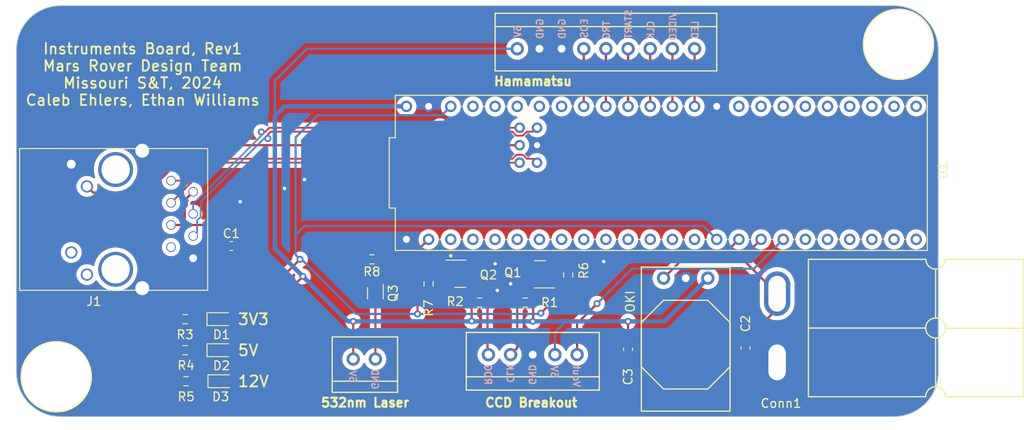
<source format=kicad_pcb>
(kicad_pcb (version 20221018) (generator pcbnew)
  (layers (0 "F.Cu" signal) (31 "B.Cu" signal) (34 "B.Paste" user) (35 "F.Paste" user) (36 "B.SilkS" user "B.Silkscreen") (37 "F.SilkS" user "F.Silkscreen") (38 "B.Mask" user) (39 "F.Mask" user) (44 "Edge.Cuts" user))
  (net 0 "")
  (net 1 "Net-(C1-Pad1)")
  (net 2 "GND")
  (net 3 "+12V")
  (net 4 "+5V")
  (net 5 "CCD_CLK_5V")
  (net 6 "CCD_ROG_5V")
  (net 7 "CCD_Vout")
  (net 9 "Green_Laser_3V3")
  (net 11 "LED")
  (net 13 "T+")
  (net 14 "T-")
  (net 16 "R+")
  (net 17 "R-")
  (net 18 "Net-(D1-K)")
  (net 19 "CCD_CLK_3V3")
  (net 20 "CCD_ROG_3V3")
  (net 32 "EOS")
  (net 33 "TRG")
  (net 34 "START")
  (net 35 "CLK")
  (net 36 "VIDEO")
  (net 37 "WHITE_LED")
  (net 53 "+3V3")
  (net 54 "Net-(D2-K)")
  (net 55 "Net-(D3-K)")
  (net 61 "Net-(Q3-D)")
  (footprint "Resistor_SMD:R_0603_1608Metric_Pad0.98x0.95mm_HandSolder" (layer "F.Cu") (at 87.122 57.667 90)
    (fp_text reference "R6" (at 0.508 1.778 90) (layer "F.SilkS"))
    (fp_text value "4.7k")
    (pad "1" smd roundrect (at -0.9125 0 90) (size 0.975 0.95) (layers "F.Cu" "F.Paste" "F.Mask") (net 53 "+3V3"))
    (pad "2" smd roundrect (at 0.9125 0 90) (size 0.975 0.95) (layers "F.Cu" "F.Paste" "F.Mask") (net 19 "CCD_CLK_3V3"))
  )
  (footprint "MRDT_Connectors:Square_Anderson_2_H_Side_By_Side" (layer "F.Cu") (at 110.6882 68.241 180)
    (fp_text reference "Conn1" (at -0.8178 -4.149 180) (layer "F.SilkS"))
    (fp_text value "AndersonPP")
    (pad "1" thru_hole oval (at -0.3746 0.55 180) (size 3 5.1) (drill oval 2 4.1) (layers "*.Cu" "*.Mask" "F.Paste") (net 2 "GND"))
    (pad "2" thru_hole oval (at -0.3746 8.424 180) (size 3 5.1) (drill oval 2 4.1) (layers "*.Cu" "*.Mask" "F.Paste") (net 3 "+12V"))
  )
  (footprint "MRDT_Connectors:RJ45_Teensy" (layer "F.Cu") (at 22.2545 51.433 -90)
    (fp_text reference "J1" (at 9.273 -10.5115 -180) (layer "F.SilkS"))
    (fp_text value "RJ45_LED_Shielded")
    (pad "1" thru_hole circle (at -4.57 -19.35 270) (size 1.1 1.1) (drill 0.9) (layers "*.Cu" "*.Mask") (net 13 "T+"))
    (pad "2" thru_hole circle (at -3.3 -21.89 270) (size 1.1 1.1) (drill 0.9) (layers "*.Cu" "*.Mask") (net 1 "Net-(C1-Pad1)"))
    (pad "3" thru_hole circle (at -2.03 -19.35 270) (size 1.1 1.1) (drill 0.9) (layers "*.Cu" "*.Mask") (net 14 "T-"))
    (pad "4" thru_hole circle (at -0.76 -21.89 270) (size 1.1 1.1) (drill 0.9) (layers "*.Cu" "*.Mask") (net 16 "R+"))
    (pad "5" thru_hole circle (at 0.51 -19.35 270) (size 1.1 1.1) (drill 0.9) (layers "*.Cu" "*.Mask") (net 1 "Net-(C1-Pad1)"))
    (pad "6" thru_hole circle (at 1.78 -21.89 270) (size 1.1 1.1) (drill 0.9) (layers "*.Cu" "*.Mask") (net 17 "R-"))
    (pad "7" thru_hole circle (at 3.05 -19.35 270) (size 1.1 1.1) (drill 0.9) (layers "*.Cu" "*.Mask"))
    (pad "8" thru_hole circle (at 4.32 -21.89 270) (size 1.1 1.1) (drill 0.9) (layers "*.Cu" "*.Mask") (net 2 "GND"))
    (pad "9" thru_hole circle (at -6.45 -7.92 270) (size 1.4 1.4) (drill 1.02) (layers "*.Cu" "*.Mask") (net 2 "GND"))
    (pad "10" thru_hole circle (at -3.91 -9.71 270) (size 1.4 1.4) (drill 1.02) (layers "*.Cu" "*.Mask") (net 11 "LED"))
    (pad "11" thru_hole circle (at 3.66 -7.92 270) (size 1.4 1.4) (drill 1.02) (layers "*.Cu" "*.Mask"))
    (pad "12" thru_hole circle (at 6.2 -9.71 270) (size 1.4 1.4) (drill 1.02) (layers "*.Cu" "*.Mask"))
    (pad "13" thru_hole circle (at -5.84 -13 270) (size 4 4) (drill 3.25) (layers "*.Cu" "*.Mask"))
    (pad "14" thru_hole circle (at 5.59 -13 270) (size 4 4) (drill 3.25) (layers "*.Cu" "*.Mask"))
    (pad "SH" thru_hole circle (at -8 -16.05 270) (size 2 2) (drill 1.6) (layers "*.Cu" "*.Mask") (net 2 "GND"))
    (pad "SH" thru_hole circle (at 7.75 -16.05 270) (size 2 2) (drill 1.6) (layers "*.Cu" "*.Mask") (net 2 "GND"))
  )
  (footprint "LED_SMD:LED_0603_1608Metric_Pad1.05x0.95mm_HandSolder" (layer "F.Cu") (at 47.385 66.294)
    (fp_text reference "D2" (at 0 1.778) (layer "F.SilkS"))
    (fp_text value "Green" hide)
    (pad "1" smd roundrect (at -0.875 0) (size 1.05 0.95) (layers "F.Cu" "F.Paste" "F.Mask") (net 54 "Net-(D2-K)"))
    (pad "2" smd roundrect (at 0.875 0) (size 1.05 0.95) (layers "F.Cu" "F.Paste" "F.Mask") (net 4 "+5V"))
  )
  (footprint "MRDT_Devices:OKI_Horizontal" (layer "F.Cu") (at 98.044 58.039)
    (fp_text reference "U2" hide)
    (fp_text value "OKI" (at -3.81 2.667 90) (layer "F.SilkS"))
    (pad "1" thru_hole circle (at 0 0) (size 1.524 1.524) (drill 0.889) (layers "*.Cu" "*.Mask") (net 3 "+12V"))
    (pad "2" thru_hole circle (at 2.54 0) (size 1.524 1.524) (drill 0.889) (layers "*.Cu" "*.Mask") (net 2 "GND"))
    (pad "3" thru_hole circle (at 5.08 0) (size 1.524 1.524) (drill 0.889) (layers "*.Cu" "*.Mask") (net 4 "+5V"))
  )
  (footprint "Capacitor_SMD:C_0603_1608Metric_Pad1.08x0.95mm_HandSolder" (layer "F.Cu") (at 107.442 66.04 -90)
    (fp_text reference "C2" (at -2.794 0 90) (layer "F.SilkS"))
    (fp_text value "10µF")
    (pad "1" smd roundrect (at -0.8625 0 270) (size 1.075 0.95) (layers "F.Cu" "F.Paste" "F.Mask") (net 3 "+12V"))
    (pad "2" smd roundrect (at 0.8625 0 270) (size 1.075 0.95) (layers "F.Cu" "F.Paste" "F.Mask") (net 2 "GND"))
  )
  (footprint "MRDT_Connectors:MOLEX_SL_09_Vertical" (layer "F.Cu") (at 81.28 31.75)
    (fp_text reference "Conn4" hide)
    (fp_text value "Molex_SL_09")
    (pad "1" thru_hole circle (at 0 0) (size 1.524 1.524) (drill 0.9) (layers "*.Cu" "*.Mask") (net 4 "+5V"))
    (pad "2" thru_hole circle (at 2.54 0) (size 1.524 1.524) (drill 0.9) (layers "*.Cu" "*.Mask") (net 2 "GND"))
    (pad "3" thru_hole circle (at 5.08 0) (size 1.524 1.524) (drill 0.9) (layers "*.Cu" "*.Mask") (net 2 "GND"))
    (pad "4" thru_hole circle (at 7.62 0) (size 1.524 1.524) (drill 0.9) (layers "*.Cu" "*.Mask") (net 32 "EOS"))
    (pad "5" thru_hole circle (at 10.16 0) (size 1.524 1.524) (drill 0.9) (layers "*.Cu" "*.Mask") (net 33 "TRG"))
    (pad "6" thru_hole circle (at 12.7 0) (size 1.524 1.524) (drill 0.9) (layers "*.Cu" "*.Mask") (net 34 "START"))
    (pad "7" thru_hole circle (at 15.24 0) (size 1.524 1.524) (drill 0.9) (layers "*.Cu" "*.Mask") (net 35 "CLK"))
    (pad "8" thru_hole circle (at 17.78 0) (size 1.524 1.524) (drill 0.9) (layers "*.Cu" "*.Mask") (net 36 "VIDEO"))
    (pad "9" thru_hole circle (at 20.32 0) (size 1.524 1.524) (drill 0.9) (layers "*.Cu" "*.Mask") (net 37 "WHITE_LED"))
  )
  (footprint "MRDT_Connectors:MOLEX_SL_02_Vertical" (layer "F.Cu") (at 65.024 67.31 180)
    (fp_text reference "Conn5" hide)
    (fp_text value "Molex_SL_02")
    (pad "1" thru_hole circle (at 0 0 180) (size 1.524 1.524) (drill 0.9) (layers "*.Cu" "*.Mask") (net 61 "Net-(Q3-D)"))
    (pad "2" thru_hole circle (at 2.54 0 180) (size 1.524 1.524) (drill 0.9) (layers "*.Cu" "*.Mask") (net 4 "+5V"))
  )
  (footprint "Capacitor_SMD:C_0603_1608Metric_Pad1.08x0.95mm_HandSolder" (layer "F.Cu") (at 93.98 66.1935 -90)
    (fp_text reference "C3" (at 3.1485 0 90) (layer "F.SilkS"))
    (fp_text value "10µF")
    (pad "1" smd roundrect (at -0.8625 0 270) (size 1.075 0.95) (layers "F.Cu" "F.Paste" "F.Mask") (net 4 "+5V"))
    (pad "2" smd roundrect (at 0.8625 0 270) (size 1.075 0.95) (layers "F.Cu" "F.Paste" "F.Mask") (net 2 "GND"))
  )
  (footprint "MRDT_Connectors:MOLEX_SL_05_Vertical" (layer "F.Cu") (at 88.138 66.802 180)
    (fp_text reference "Conn2" hide)
    (fp_text value "Molex_SL_05")
    (pad "1" thru_hole circle (at 0 0 180) (size 1.524 1.524) (drill 0.9) (layers "*.Cu" "*.Mask") (net 7 "CCD_Vout"))
    (pad "2" thru_hole circle (at 2.54 0 180) (size 1.524 1.524) (drill 0.9) (layers "*.Cu" "*.Mask") (net 4 "+5V"))
    (pad "3" thru_hole circle (at 5.08 0 180) (size 1.524 1.524) (drill 0.9) (layers "*.Cu" "*.Mask") (net 2 "GND"))
    (pad "4" thru_hole circle (at 7.62 0 180) (size 1.524 1.524) (drill 0.9) (layers "*.Cu" "*.Mask") (net 5 "CCD_CLK_5V"))
    (pad "5" thru_hole circle (at 10.16 0 180) (size 1.524 1.524) (drill 0.9) (layers "*.Cu" "*.Mask") (net 6 "CCD_ROG_5V"))
  )
  (footprint "LED_SMD:LED_0603_1608Metric_Pad1.05x0.95mm_HandSolder" (layer "F.Cu") (at 47.385 62.738)
    (fp_text reference "D1" (at 0 1.778) (layer "F.SilkS"))
    (fp_text value "Green" hide)
    (pad "1" smd roundrect (at -0.875 0) (size 1.05 0.95) (layers "F.Cu" "F.Paste" "F.Mask") (net 18 "Net-(D1-K)"))
    (pad "2" smd roundrect (at 0.875 0) (size 1.05 0.95) (layers "F.Cu" "F.Paste" "F.Mask") (net 53 "+3V3"))
  )
  (footprint "Resistor_SMD:R_0603_1608Metric_Pad0.98x0.95mm_HandSolder" (layer "F.Cu") (at 43.3305 69.85 180)
    (fp_text reference "R5" (at 0 -1.778) (layer "F.SilkS"))
    (fp_text value "1k")
    (pad "1" smd roundrect (at -0.9125 0 180) (size 0.975 0.95) (layers "F.Cu" "F.Paste" "F.Mask") (net 55 "Net-(D3-K)"))
    (pad "2" smd roundrect (at 0.9125 0 180) (size 0.975 0.95) (layers "F.Cu" "F.Paste" "F.Mask") (net 2 "GND"))
  )
  (footprint "MRDT_Drill_Holes:4_40_Hole" (layer "F.Cu") (at 124.968 31.242)
    (fp_text reference "V2" hide)
    (fp_text value "Via" hide)
    (pad "" np_thru_hole circle (at 0 0) (size 2.9464 2.9464) (drill 2.9464) (layers "*.Cu" "*.Mask") (clearance 2.5))
  )
  (footprint "Resistor_SMD:R_0603_1608Metric_Pad0.98x0.95mm_HandSolder" (layer "F.Cu") (at 64.6195 55.88 180)
    (fp_text reference "R8" (at 0 -1.43) (layer "F.SilkS"))
    (fp_text value "4.7k")
    (pad "1" smd roundrect (at -0.9125 0 180) (size 0.975 0.95) (layers "F.Cu" "F.Paste" "F.Mask") (net 9 "Green_Laser_3V3"))
    (pad "2" smd roundrect (at 0.9125 0 180) (size 0.975 0.95) (layers "F.Cu" "F.Paste" "F.Mask") (net 2 "GND"))
  )
  (footprint "Resistor_SMD:R_0603_1608Metric_Pad0.98x0.95mm_HandSolder" (layer "F.Cu") (at 71.12 58.683 -90)
    (fp_text reference "R7" (at 2.794 0 90) (layer "F.SilkS"))
    (fp_text value "4.7k")
    (pad "1" smd roundrect (at -0.9125 0 270) (size 0.975 0.95) (layers "F.Cu" "F.Paste" "F.Mask") (net 53 "+3V3"))
    (pad "2" smd roundrect (at 0.9125 0 270) (size 0.975 0.95) (layers "F.Cu" "F.Paste" "F.Mask") (net 20 "CCD_ROG_3V3"))
  )
  (footprint "Package_TO_SOT_SMD:SOT-23" (layer "F.Cu") (at 83.8985 57.601 180)
    (fp_text reference "Q1" (at 3.1265 0.188 180) (layer "F.SilkS"))
    (fp_text value "BSS138")
    (pad "1" smd roundrect (at -0.9375 -0.95 180) (size 1.475 0.6) (layers "F.Cu" "F.Paste" "F.Mask") (net 53 "+3V3"))
    (pad "2" smd roundrect (at -0.9375 0.95 180) (size 1.475 0.6) (layers "F.Cu" "F.Paste" "F.Mask") (net 19 "CCD_CLK_3V3"))
    (pad "3" smd roundrect (at 0.9375 0 180) (size 1.475 0.6) (layers "F.Cu" "F.Paste" "F.Mask") (net 5 "CCD_CLK_5V"))
  )
  (footprint "Capacitor_SMD:C_0603_1608Metric_Pad1.08x0.95mm_HandSolder" (layer "F.Cu") (at 48.514 54.356)
    (fp_text reference "C1" (at 0 -1.43) (layer "F.SilkS"))
    (fp_text value "0.1µF")
    (pad "1" smd roundrect (at -0.8625 0) (size 1.075 0.95) (layers "F.Cu" "F.Paste" "F.Mask") (net 1 "Net-(C1-Pad1)"))
    (pad "2" smd roundrect (at 0.8625 0) (size 1.075 0.95) (layers "F.Cu" "F.Paste" "F.Mask") (net 2 "GND"))
  )
  (footprint "MRDT_Shields:Teensy_4_1_Ethernet" (layer "F.Cu") (at 97.79 45.974)
    (fp_text reference "U1" (at 32.258 -0.254 90) (layer "F.SilkS"))
    (fp_text value "Teensy4.1_DEV-16771")
    (pad "0" thru_hole circle (at -26.67 7.62) (size 1.308 1.308) (drill 0.8) (layers "*.Cu" "*.Mask") (net 9 "Green_Laser_3V3"))
    (pad "1" thru_hole circle (at -24.13 7.62) (size 1.308 1.308) (drill 0.8) (layers "*.Cu" "*.Mask"))
    (pad "2" thru_hole circle (at -21.59 7.62) (size 1.308 1.308) (drill 0.8) (layers "*.Cu" "*.Mask"))
    (pad "3" thru_hole circle (at -19.05 7.62) (size 1.308 1.308) (drill 0.8) (layers "*.Cu" "*.Mask"))
    (pad "3.3V_1" thru_hole circle (at 6.35 7.62) (size 1.308 1.308) (drill 0.8) (layers "*.Cu" "*.Mask") (net 53 "+3V3"))
    (pad "3.3V_2" thru_hole circle (at -24.13 -7.62) (size 1.308 1.308) (drill 0.8) (layers "*.Cu" "*.Mask") (net 53 "+3V3"))
    (pad "4" thru_hole circle (at -16.51 7.62) (size 1.308 1.308) (drill 0.8) (layers "*.Cu" "*.Mask"))
    (pad "5" thru_hole circle (at -13.97 7.62) (size 1.308 1.308) (drill 0.8) (layers "*.Cu" "*.Mask"))
    (pad "6" thru_hole circle (at -11.43 7.62) (size 1.308 1.308) (drill 0.8) (layers "*.Cu" "*.Mask"))
    (pad "7" thru_hole circle (at -8.89 7.62) (size 1.308 1.308) (drill 0.8) (layers "*.Cu" "*.Mask"))
    (pad "8" thru_hole circle (at -6.35 7.62) (size 1.308 1.308) (drill 0.8) (layers "*.Cu" "*.Mask"))
    (pad "9" thru_hole circle (at -3.81 7.62) (size 1.308 1.308) (drill 0.8) (layers "*.Cu" "*.Mask"))
    (pad "10" thru_hole circle (at -1.27 7.62) (size 1.308 1.308) (drill 0.8) (layers "*.Cu" "*.Mask"))
    (pad "11" thru_hole circle (at 1.27 7.62) (size 1.308 1.308) (drill 0.8) (layers "*.Cu" "*.Mask"))
    (pad "12" thru_hole circle (at 3.81 7.62) (size 1.308 1.308) (drill 0.8) (layers "*.Cu" "*.Mask"))
    (pad "13" thru_hole circle (at 3.81 -7.62) (size 1.308 1.308) (drill 0.8) (layers "*.Cu" "*.Mask") (net 37 "WHITE_LED"))
    (pad "14" thru_hole circle (at 1.27 -7.62) (size 1.308 1.308) (drill 0.8) (layers "*.Cu" "*.Mask") (net 36 "VIDEO"))
    (pad "15" thru_hole circle (at -1.27 -7.62) (size 1.308 1.308) (drill 0.8) (layers "*.Cu" "*.Mask") (net 35 "CLK"))
    (pad "16" thru_hole circle (at -3.81 -7.62) (size 1.308 1.308) (drill 0.8) (layers "*.Cu" "*.Mask") (net 34 "START"))
    (pad "17" thru_hole circle (at -6.35 -7.62) (size 1.308 1.308) (drill 0.8) (layers "*.Cu" "*.Mask") (net 33 "TRG"))
    (pad "18" thru_hole circle (at -8.89 -7.62) (size 1.308 1.308) (drill 0.8) (layers "*.Cu" "*.Mask") (net 32 "EOS"))
    (pad "19" thru_hole circle (at -11.43 -7.62) (size 1.308 1.308) (drill 0.8) (layers "*.Cu" "*.Mask"))
    (pad "20" thru_hole circle (at -13.97 -7.62) (size 1.308 1.308) (drill 0.8) (layers "*.Cu" "*.Mask"))
    (pad "21" thru_hole circle (at -16.51 -7.62) (size 1.308 1.308) (drill 0.8) (layers "*.Cu" "*.Mask"))
    (pad "22" thru_hole circle (at -19.05 -7.62) (size 1.308 1.308) (drill 0.8) (layers "*.Cu" "*.Mask"))
    (pad "23" thru_hole circle (at -21.59 -7.62) (size 1.308 1.308) (drill 0.8) (layers "*.Cu" "*.Mask"))
    (pad "24" thru_hole circle (at 8.89 7.62) (size 1.308 1.308) (drill 0.8) (layers "*.Cu" "*.Mask") (net 20 "CCD_ROG_3V3"))
    (pad "25" thru_hole circle (at 11.43 7.62) (size 1.308 1.308) (drill 0.8) (layers "*.Cu" "*.Mask") (net 19 "CCD_CLK_3V3"))
    (pad "26" thru_hole circle (at 13.97 7.62) (size 1.308 1.308) (drill 0.8) (layers "*.Cu" "*.Mask") (net 7 "CCD_Vout"))
    (pad "27" thru_hole circle (at 16.51 7.62) (size 1.308 1.308) (drill 0.8) (layers "*.Cu" "*.Mask"))
    (pad "28" thru_hole circle (at 19.05 7.62) (size 1.308 1.308) (drill 0.8) (layers "*.Cu" "*.Mask"))
    (pad "29" thru_hole circle (at 21.59 7.62) (size 1.308 1.308) (drill 0.8) (layers "*.Cu" "*.Mask"))
    (pad "30" thru_hole circle (at 24.13 7.62) (size 1.308 1.308) (drill 0.8) (layers "*.Cu" "*.Mask"))
    (pad "31" thru_hole circle (at 26.67 7.62) (size 1.308 1.308) (drill 0.8) (layers "*.Cu" "*.Mask"))
    (pad "32" thru_hole circle (at 29.21 7.62) (size 1.308 1.308) (drill 0.8) (layers "*.Cu" "*.Mask"))
    (pad "33" thru_hole circle (at 29.21 -7.62) (size 1.308 1.308) (drill 0.8) (layers "*.Cu" "*.Mask"))
    (pad "34" thru_hole circle (at 26.67 -7.62) (size 1.308 1.308) (drill 0.8) (layers "*.Cu" "*.Mask"))
    (pad "35" thru_hole circle (at 24.13 -7.62) (size 1.308 1.308) (drill 0.8) (layers "*.Cu" "*.Mask"))
    (pad "36" thru_hole circle (at 21.59 -7.62) (size 1.308 1.308) (drill 0.8) (layers "*.Cu" "*.Mask"))
    (pad "37" thru_hole circle (at 19.05 -7.62) (size 1.308 1.308) (drill 0.8) (layers "*.Cu" "*.Mask"))
    (pad "38" thru_hole circle (at 16.51 -7.62) (size 1.308 1.308) (drill 0.8) (layers "*.Cu" "*.Mask"))
    (pad "39" thru_hole circle (at 13.97 -7.62) (size 1.308 1.308) (drill 0.8) (layers "*.Cu" "*.Mask"))
    (pad "40" thru_hole circle (at 11.43 -7.62) (size 1.308 1.308) (drill 0.8) (layers "*.Cu" "*.Mask"))
    (pad "41" thru_hole circle (at 8.89 -7.62) (size 1.308 1.308) (drill 0.8) (layers "*.Cu" "*.Mask"))
    (pad "GND1" thru_hole circle (at -29.21 7.62) (size 1.308 1.308) (drill 0.8) (layers "*.Cu" "*.Mask") (net 2 "GND"))
    (pad "GND2" thru_hole circle (at 6.35 -7.62) (size 1.308 1.308) (drill 0.8) (layers "*.Cu" "*.Mask") (net 2 "GND"))
    (pad "GND3" thru_hole circle (at -26.67 -7.62) (size 1.308 1.308) (drill 0.8) (layers "*.Cu" "*.Mask") (net 2 "GND"))
    (pad "GND5" thru_hole circle (at -14.24 -3.17) (size 1.208 1.208) (drill 0.7) (layers "*.Cu" "*.Mask") (net 2 "GND"))
    (pad "LED" thru_hole circle (at -16.24 -3.17) (size 1.208 1.208) (drill 0.7) (layers "*.Cu" "*.Mask") (net 11 "LED"))
    (pad "R+" thru_hole circle (at -16.24 -5.17) (size 1.208 1.208) (drill 0.7) (layers "*.Cu" "*.Mask") (net 16 "R+"))
    (pad "R-" thru_hole circle (at -14.24 -5.17) (size 1.208 1.208) (drill 0.7) (layers "*.Cu" "*.Mask") (net 17 "R-"))
    (pad "T+" thru_hole circle (at -14.24 -1.17) (size 1.208 1.208) (drill 0.7) (layers "*.Cu" "*.Mask") (net 13 "T+"))
    (pad "T-" thru_hole circle (at -16.24 -1.17) (size 1.208 1.208) (drill 0.7) (layers "*.Cu" "*.Mask") (net 14 "T-"))
    (pad "VIN" thru_hole circle (at -29.21 -7.62) (size 1.308 1.308) (drill 0.8) (layers "*.Cu" "*.Mask") (net 4 "+5V"))
  )
  (footprint "Resistor_SMD:R_0603_1608Metric_Pad0.98x0.95mm_HandSolder" (layer "F.Cu") (at 43.2175 62.738 180)
    (fp_text reference "R3" (at 0 -1.778) (layer "F.SilkS"))
    (fp_text value "100")
    (pad "1" smd roundrect (at -0.9125 0 180) (size 0.975 0.95) (layers "F.Cu" "F.Paste" "F.Mask") (net 18 "Net-(D1-K)"))
    (pad "2" smd roundrect (at 0.9125 0 180) (size 0.975 0.95) (layers "F.Cu" "F.Paste" "F.Mask") (net 2 "GND"))
  )
  (footprint "Resistor_SMD:R_0603_1608Metric_Pad0.98x0.95mm_HandSolder" (layer "F.Cu") (at 43.2175 66.293934 180)
    (fp_text reference "R4" (at -0.1035 -1.758) (layer "F.SilkS"))
    (fp_text value "300")
    (pad "1" smd roundrect (at -0.9125 0 180) (size 0.975 0.95) (layers "F.Cu" "F.Paste" "F.Mask") (net 54 "Net-(D2-K)"))
    (pad "2" smd roundrect (at 0.9125 0 180) (size 0.975 0.95) (layers "F.Cu" "F.Paste" "F.Mask") (net 2 "GND"))
  )
  (footprint "LED_SMD:LED_0603_1608Metric_Pad1.05x0.95mm_HandSolder" (layer "F.Cu") (at 47.498 69.85)
    (fp_text reference "D3" (at -0.207 1.778) (layer "F.SilkS"))
    (fp_text value "Green" hide)
    (pad "1" smd roundrect (at -0.875 0) (size 1.05 0.95) (layers "F.Cu" "F.Paste" "F.Mask") (net 55 "Net-(D3-K)"))
    (pad "2" smd roundrect (at 0.875 0) (size 1.05 0.95) (layers "F.Cu" "F.Paste" "F.Mask") (net 3 "+12V"))
  )
  (footprint "Package_TO_SOT_SMD:SOT-23" (layer "F.Cu") (at 74.7545 57.535)
    (fp_text reference "Q2" (at 3.2235 0.132 180) (layer "F.SilkS"))
    (fp_text value "BSS138")
    (pad "1" smd roundrect (at -0.9375 -0.95) (size 1.475 0.6) (layers "F.Cu" "F.Paste" "F.Mask") (net 53 "+3V3"))
    (pad "2" smd roundrect (at -0.9375 0.95) (size 1.475 0.6) (layers "F.Cu" "F.Paste" "F.Mask") (net 20 "CCD_ROG_3V3"))
    (pad "3" smd roundrect (at 0.9375 0) (size 1.475 0.6) (layers "F.Cu" "F.Paste" "F.Mask") (net 6 "CCD_ROG_5V"))
  )
  (footprint "MRDT_Drill_Holes:4_40_Hole" (layer "F.Cu") (at 28.448 69.342)
    (fp_text reference "V1" hide)
    (fp_text value "Via" hide)
    (pad "" np_thru_hole circle (at 0 0) (size 2.9464 2.9464) (drill 2.9464) (layers "*.Cu" "*.Mask") (clearance 2.5))
  )
  (footprint "Resistor_SMD:R_0603_1608Metric_Pad0.98x0.95mm_HandSolder" (layer "F.Cu") (at 76.962 60.837)
    (fp_text reference "R2" (at -2.794 -0.122) (layer "F.SilkS"))
    (fp_text value "4.7k")
    (pad "1" smd roundrect (at -0.9125 0) (size 0.975 0.95) (layers "F.Cu" "F.Paste" "F.Mask") (net 4 "+5V"))
    (pad "2" smd roundrect (at 0.9125 0) (size 0.975 0.95) (layers "F.Cu" "F.Paste" "F.Mask") (net 6 "CCD_ROG_5V"))
  )
  (footprint "Package_TO_SOT_SMD:SOT-523" (layer "F.Cu") (at 65.024 59.7685 -90)
    (fp_text reference "Q3" (at 0 -2.032 -90) (layer "F.SilkS"))
    (fp_text value "BSS138BK")
    (pad "1" smd rect (at -0.645 -0.5 90) (size 0.51 0.4) (layers "F.Cu" "F.Paste" "F.Mask") (net 9 "Green_Laser_3V3"))
    (pad "2" smd rect (at -0.645 0.5 90) (size 0.51 0.4) (layers "F.Cu" "F.Paste" "F.Mask") (net 2 "GND"))
    (pad "3" smd rect (at 0.645 0 90) (size 0.51 0.4) (layers "F.Cu" "F.Paste" "F.Mask") (net 61 "Net-(Q3-D)"))
  )
  (footprint "Resistor_SMD:R_0603_1608Metric_Pad0.98x0.95mm_HandSolder" (layer "F.Cu") (at 82.192622 60.837 180)
    (fp_text reference "R1" (at -2.794 0) (layer "F.SilkS"))
    (fp_text value "4.7k")
    (pad "1" smd roundrect (at -0.9125 0 180) (size 0.975 0.95) (layers "F.Cu" "F.Paste" "F.Mask") (net 4 "+5V"))
    (pad "2" smd roundrect (at 0.9125 0 180) (size 0.975 0.95) (layers "F.Cu" "F.Paste" "F.Mask") (net 5 "CCD_CLK_5V"))
  )
  (gr_arc (start 28.956 73.914) (mid 25.363898 72.426102) (end 23.876 68.834) (stroke (width 0.1)) (layer "Edge.Cuts"))
  (gr_line (start 129.54 31.877) (end 129.54 68.834) (stroke (width 0.1)) (layer "Edge.Cuts"))
  (gr_line (start 124.46 26.797) (end 28.956 26.797) (stroke (width 0.1)) (layer "Edge.Cuts"))
  (gr_line (start 23.876 68.834) (end 23.876 31.877) (stroke (width 0.1)) (layer "Edge.Cuts"))
  (gr_arc (start 129.54 68.834) (mid 128.052102 72.426102) (end 124.46 73.914) (stroke (width 0.1)) (layer "Edge.Cuts"))
  (gr_arc (start 124.46 26.797) (mid 128.052102 28.284898) (end 129.54 31.877) (stroke (width 0.1)) (layer "Edge.Cuts"))
  (gr_arc (start 23.876 31.877) (mid 25.363898 28.284898) (end 28.956 26.797) (stroke (width 0.1)) (layer "Edge.Cuts"))
  (gr_line (start 124.46 73.914) (end 28.956 73.914) (stroke (width 0.1)) (layer "Edge.Cuts"))
  (gr_text "EOS" (at 89.408 28.194 90) (layer "B.SilkS") (effects (font (size 0.762 0.762) (thickness 0.1524) bold) (justify left bottom mirror)))
  (gr_text "5V" (at 61.976 70.104 270) (layer "B.SilkS") (effects (font (size 0.762 0.762) (thickness 0.1524) bold) (justify left bottom mirror)))
  (gr_text "GND" (at 82.55 70.358 270) (layer "B.SilkS") (effects (font (size 0.762 0.762) (thickness 0.1524) bold) (justify left bottom mirror)))
  (gr_text "GND" (at 84.328 28.194 90) (layer "B.SilkS") (effects (font (size 0.762 0.762) (thickness 0.1524) bold) (justify left bottom mirror)))
  (gr_text "VIDEO" (at 99.568 27.432 90) (layer "B.SilkS") (effects (font (size 0.762 0.762) (thickness 0.1524) bold) (justify left bottom mirror)))
  (gr_text "CLK" (at 97.028 28.448 90) (layer "B.SilkS") (effects (font (size 0.762 0.762) (thickness 0.1524) bold) (justify left bottom mirror)))
  (gr_text "5V" (at 81.788 28.956 90) (layer "B.SilkS") (effects (font (size 0.762 0.762) (thickness 0.1524) bold) (justify left bottom mirror)))
  (gr_text "LED" (at 102.108 28.448 90) (layer "B.SilkS") (effects (font (size 0.762 0.762) (thickness 0.1524) bold) (justify left bottom mirror)))
  (gr_text "TRG\n" (at 91.948 28.448 90) (layer "B.SilkS") (effects (font (size 0.762 0.762) (thickness 0.1524) bold) (justify left bottom mirror)))
  (gr_text "Vout" (at 87.63 70.612 270) (layer "B.SilkS") (effects (font (size 0.762 0.762) (thickness 0.1524) bold) (justify left bottom mirror)))
  (gr_text "ROG" (at 77.47 70.358 270) (layer "B.SilkS") (effects (font (size 0.762 0.762) (thickness 0.1524) bold) (justify left bottom mirror)))
  (gr_text "GND" (at 86.868 28.194 90) (layer "B.SilkS") (effects (font (size 0.762 0.762) (thickness 0.1524) bold) (justify left bottom mirror)))
  (gr_text "CLK" (at 80.01 70.104 270) (layer "B.SilkS") (effects (font (size 0.762 0.762) (thickness 0.1524) bold) (justify left bottom mirror)))
  (gr_text "START\n" (at 94.488 27.178 90) (layer "B.SilkS") (effects (font (size 0.762 0.762) (thickness 0.1524) bold) (justify left bottom mirror)))
  (gr_text "GND" (at 64.516 70.866 270) (layer "B.SilkS") (effects (font (size 0.762 0.762) (thickness 0.1524) bold) (justify left bottom mirror)))
  (gr_text "5V" (at 85.09 69.596 270) (layer "B.SilkS") (effects (font (size 0.762 0.762) (thickness 0.1524) bold) (justify left bottom mirror)))
  (gr_text "3V3" (at 49.163 63.5) (layer "F.SilkS") (effects (font (size 1.27 1.27) (thickness 0.2032)) (justify left bottom)))
  (gr_text "Instruments Board, Rev1\nMars Rover Design Team\nMissouri S&T, 2024\nCaleb Ehlers, Ethan Williams" (at 38.354 38.354) (layer "F.SilkS") (effects (font (size 1.2192 1.2192) (thickness 0.2032) bold) (justify bottom)))
  (gr_text "12V" (at 49.163 70.612) (layer "F.SilkS") (effects (font (size 1.27 1.27) (thickness 0.2032)) (justify left bottom)))
  (gr_text "CCD Breakout" (at 77.47 72.898) (layer "F.SilkS") (effects (font (size 1.016 1.016) (thickness 0.254) bold) (justify left bottom)))
  (gr_text "Hamamatsu" (at 78.486 36.068) (layer "F.SilkS") (effects (font (size 1.016 1.016) (thickness 0.254) bold) (justify left bottom)))
  (gr_text "532nm Laser" (at 58.674 72.898) (layer "F.SilkS") (effects (font (size 1.016 1.016) (thickness 0.254) bold) (justify left bottom)))
  (gr_text "5V" (at 49.163 67.056) (layer "F.SilkS") (effects (font (size 1.27 1.27) (thickness 0.2032)) (justify left bottom)))
  (segment (start 47.6515 54.356) (end 47.6515 54.2555) (width 0.254) (layer "F.Cu") (net 1))
  (segment (start 43.18 49.0975) (end 44.1445 48.133) (width 0.254) (layer "F.Cu") (net 1))
  (segment (start 45.339 51.943) (end 43.688 51.943) (width 0.254) (layer "F.Cu") (net 1))
  (segment (start 43.18 51.943) (end 41.6045 51.943) (width 0.254) (layer "F.Cu") (net 1))
  (segment (start 43.18 49.0975) (end 43.18 51.435) (width 0.254) (layer "F.Cu") (net 1))
  (segment (start 43.18 51.435) (end 43.688 51.943) (width 0.254) (layer "F.Cu") (net 1))
  (segment (start 43.688 51.943) (end 43.18 51.943) (width 0.254) (layer "F.Cu") (net 1))
  (segment (start 47.6515 54.2555) (end 45.339 51.943) (width 0.254) (layer "F.Cu") (net 1))
  (via (at 91.186 56.134) (size 0.8) (drill 0.4) (layers "F.Cu" "B.Cu") (net 2))
  (via (at 56.896 46.736) (size 0.8) (drill 0.4) (layers "F.Cu" "B.Cu") (net 2))
  (via (at 78.994 59.445) (size 0.8) (drill 0.4) (layers "F.Cu" "B.Cu") (net 2))
  (via (at 54.61 47.752) (size 0.8) (drill 0.4) (layers "F.Cu" "B.Cu") (net 2))
  (via (at 80.518 58.683) (size 0.8) (drill 0.4) (layers "F.Cu" "B.Cu") (net 2))
  (via (at 49.53 49.276) (size 0.8) (drill 0.4) (layers "F.Cu" "B.Cu") (net 2))
  (via (at 78.74 56.397) (size 0.8) (drill 0.4) (layers "F.Cu" "B.Cu") (net 2))
  (segment (start 100.7375 71.882) (end 107.442 65.1775) (width 0.254) (layer "F.Cu") (net 3))
  (segment (start 99.949 56.134) (end 98.044 58.039) (width 0.254) (layer "F.Cu") (net 3))
  (segment (start 107.3798 56.134) (end 99.949 56.134) (width 0.254) (layer "F.Cu") (net 3))
  (segment (start 111.0628 59.817) (end 107.3798 56.134) (width 0.254) (layer "F.Cu") (net 3))
  (segment (start 111.0628 61.1492) (end 111.0628 59.817) (width 0.25) (layer "F.Cu") (net 3))
  (segment (start 107.442 65.1775) (end 111.0628 61.5567) (width 0.254) (layer "F.Cu") (net 3))
  (segment (start 48.373 69.85) (end 50.405 71.882) (width 0.254) (layer "F.Cu") (net 3))
  (segment (start 50.405 71.882) (end 100.7375 71.882) (width 0.254) (layer "F.Cu") (net 3))
  (segment (start 111.0628 61.5567) (end 111.0628 59.817) (width 0.254) (layer "F.Cu") (net 3))
  (segment (start 83.105122 62.944878) (end 83.058 62.992) (width 0.254) (layer "F.Cu") (net 4))
  (segment (start 75.9835 62.9545) (end 76.0495 62.9545) (width 0.25) (layer "F.Cu") (net 4))
  (segment (start 83.105122 60.837) (end 83.105122 62.944878) (width 0.254) (layer "F.Cu") (net 4))
  (segment (start 93.98 65.331) (end 93.98 62.992) (width 0.25) (layer "F.Cu") (net 4))
  (segment (start 48.26 66.294) (end 56.715 57.839) (width 0.254) (layer "F.Cu") (net 4))
  (segment (start 62.484 67.31) (end 62.484 62.992) (width 0.25) (layer "F.Cu") (net 4))
  (segment (start 76.0495 60.837) (end 76.0495 62.9545) (width 0.254) (layer "F.Cu") (net 4))
  (segment (start 76.0495 62.8885) (end 75.9835 62.9545) (width 0.25) (layer "F.Cu") (net 4))
  (via (at 83.058 62.992) (size 0.8) (drill 0.4) (layers "F.Cu" "B.Cu") (net 4))
  (via (at 62.484 62.992) (size 0.8) (drill 0.4) (layers "F.Cu" "B.Cu") (net 4))
  (via (at 93.98 62.992) (size 0.8) (drill 0.4) (layers "F.Cu" "B.Cu") (net 4))
  (via (at 56.715 57.839) (size 0.8) (drill 0.4) (layers "F.Cu" "B.Cu") (net 4))
  (via (at 76.0495 62.9545) (size 0.8) (drill 0.4) (layers "F.Cu" "B.Cu") (net 4))
  (segment (start 62.484 62.992) (end 73.406 62.992) (width 0.508) (layer "B.Cu") (net 4))
  (segment (start 54.61 38.354) (end 53.502 39.462) (width 0.508) (layer "B.Cu") (net 4))
  (segment (start 83.058 62.992) (end 86.868 62.992) (width 0.508) (layer "B.Cu") (net 4))
  (segment (start 73.406 62.992) (end 75.946 62.992) (width 0.508) (layer "B.Cu") (net 4))
  (segment (start 98.171 62.992) (end 103.124 58.039) (width 0.508) (layer "B.Cu") (net 4))
  (segment (start 53.502 54.626) (end 55.318 56.442) (width 0.508) (layer "B.Cu") (net 4))
  (segment (start 93.98 62.992) (end 98.171 62.992) (width 0.508) (layer "B.Cu") (net 4))
  (segment (start 61.868 62.992) (end 62.484 62.992) (width 0.508) (layer "B.Cu") (net 4))
  (segment (start 81.28 62.992) (end 83.058 62.992) (width 0.508) (layer "B.Cu") (net 4))
  (segment (start 85.598 66.802) (end 85.598 64.262) (width 0.25) (layer "B.Cu") (net 4))
  (segment (start 88.9 62.992) (end 86.868 62.992) (width 0.508) (layer "B.Cu") (net 4))
  (segment (start 75.946 62.992) (end 81.28 62.992) (width 0.508) (layer "B.Cu") (net 4))
  (segment (start 54.61 38.354) (end 68.58 38.354) (width 0.508) (layer "B.Cu") (net 4))
  (segment (start 85.598 64.262) (end 86.868 62.992) (width 0.25) (layer "B.Cu") (net 4))
  (segment (start 93.98 62.992) (end 88.9 62.992) (width 0.508) (layer "B.Cu") (net 4))
  (segment (start 56.715 57.839) (end 61.868 62.992) (width 0.508) (layer "B.Cu") (net 4))
  (segment (start 57.15 31.75) (end 53.502 35.398) (width 0.254) (layer "B.Cu") (net 4))
  (segment (start 53.502 40.64) (end 53.502 54.626) (width 0.508) (layer "B.Cu") (net 4))
  (segment (start 57.15 31.75) (end 81.28 31.75) (width 0.254) (layer "B.Cu") (net 4))
  (segment (start 53.502 35.398) (end 53.502 40.64) (width 0.254) (layer "B.Cu") (net 4))
  (segment (start 55.318 56.442) (end 56.715 57.839) (width 0.508) (layer "B.Cu") (net 4))
  (segment (start 53.502 39.462) (end 53.502 40.64) (width 0.508) (layer "B.Cu") (net 4))
  (segment (start 81.28 60.836878) (end 81.28 59.282) (width 0.25) (layer "F.Cu") (net 5))
  (segment (start 81.280122 60.837) (end 81.280122 66.039878) (width 0.25) (layer "F.Cu") (net 5))
  (segment (start 81.28 60.837122) (end 81.280122 60.837) (width 0.254) (layer "F.Cu") (net 5))
  (segment (start 81.28 59.282) (end 82.961 57.601) (width 0.25) (layer "F.Cu") (net 5))
  (segment (start 81.280122 60.837) (end 81.28 60.836878) (width 0.25) (layer "F.Cu") (net 5))
  (segment (start 81.280122 66.039878) (end 80.518 66.802) (width 0.25) (layer "F.Cu") (net 5))
  (segment (start 77.8745 66.6985) (end 77.978 66.802) (width 0.254) (layer "F.Cu") (net 6))
  (segment (start 77.8745 60.837) (end 75.692 58.6545) (width 0.254) (layer "F.Cu") (net 6))
  (segment (start 77.8745 60.837) (end 77.8745 66.6985) (width 0.254) (layer "F.Cu") (net 6))
  (segment (start 75.692 58.6545) (end 75.692 57.535) (width 0.254) (layer "F.Cu") (net 6))
  (segment (start 88.138 66.802) (end 88.138 63.246) (width 0.25) (layer "F.Cu") (net 7))
  (segment (start 88.138 63.246) (end 90.424 60.96) (width 0.25) (layer "F.Cu") (net 7))
  (via (at 90.424 60.96) (size 0.8) (drill 0.4) (layers "F.Cu" "B.Cu") (net 7))
  (segment (start 108.402 56.952) (end 111.76 53.594) (width 0.25) (layer "B.Cu") (net 7))
  (segment (start 90.424 60.96) (end 94.432 56.952) (width 0.25) (layer "B.Cu") (net 7))
  (segment (start 94.432 56.952) (end 108.402 56.952) (width 0.25) (layer "B.Cu") (net 7))
  (segment (start 71.12 53.594) (end 65.5905 59.1235) (width 0.25) (layer "F.Cu") (net 9))
  (segment (start 65.5905 59.1235) (end 65.524 59.1235) (width 0.25) (layer "F.Cu") (net 9))
  (segment (start 65.524 56.396) (end 65.532 56.388) (width 0.25) (layer "F.Cu") (net 9))
  (segment (start 65.524 59.1235) (end 65.524 56.396) (width 0.25) (layer "F.Cu") (net 9))
  (segment (start 38.899 48.223) (end 44.318 42.804) (width 0.254) (layer "F.Cu") (net 11))
  (segment (start 31.9645 47.523) (end 32.6645 48.223) (width 0.254) (layer "F.Cu") (net 11))
  (segment (start 32.6645 48.223) (end 38.899 48.223) (width 0.254) (layer "F.Cu") (net 11))
  (segment (start 44.318 42.804) (end 81.55 42.804) (width 0.254) (layer "F.Cu") (net 11))
  (segment (start 83.1 44.354) (end 83.55 44.804) (width 0.2) (layer "F.Cu") (net 13))
  (segment (start 43.508103 46.863) (end 46.017103 44.354) (width 0.2) (layer "F.Cu") (net 13))
  (segment (start 82.37845 44.354) (end 83.1 44.354) (width 0.2) (layer "F.Cu") (net 13))
  (segment (start 81.92445 43.9) (end 82.37845 44.354) (width 0.2) (layer "F.Cu") (net 13))
  (segment (start 81.17555 43.9) (end 81.92445 43.9) (width 0.2) (layer "F.Cu") (net 13))
  (segment (start 41.6045 46.863) (end 43.508103 46.863) (width 0.2) (layer "F.Cu") (net 13))
  (segment (start 46.017103 44.354) (end 80.72155 44.354) (width 0.2) (layer "F.Cu") (net 13))
  (segment (start 80.72155 44.354) (end 81.17555 43.9) (width 0.2) (layer "F.Cu") (net 13))
  (segment (start 72.503614 45.268386) (end 72.368 45.268386) (width 0.2) (layer "F.Cu") (net 14))
  (segment (start 81.55 44.804) (end 74.168 44.804) (width 0.2) (layer "F.Cu") (net 14))
  (segment (start 71.768 44.804) (end 46.2035 44.804) (width 0.2) (layer "F.Cu") (net 14))
  (segment (start 71.903614 44.804) (end 71.768 44.804) (width 0.2) (layer "F.Cu") (net 14))
  (segment (start 73.703614 45.268386) (end 73.568 45.268386) (width 0.2) (layer "F.Cu") (net 14))
  (segment (start 73.103614 44.804) (end 72.968 44.804) (width 0.2) (layer "F.Cu") (net 14))
  (segment (start 46.2035 44.804) (end 41.6045 49.403) (width 0.2) (layer "F.Cu") (net 14))
  (arc (start 72.135807 45.036193) (mid 72.067799 44.872008) (end 71.903614 44.804) (width 0.2) (layer "F.Cu") (net 14))
  (arc (start 74.168 44.804) (mid 74.003815 44.872008) (end 73.935807 45.036193) (width 0.2) (layer "F.Cu") (net 14))
  (arc (start 72.735807 45.036193) (mid 72.667799 45.200378) (end 72.503614 45.268386) (width 0.2) (layer "F.Cu") (net 14))
  (arc (start 73.335807 45.036193) (mid 73.267799 44.872008) (end 73.103614 44.804) (width 0.2) (layer "F.Cu") (net 14))
  (arc (start 72.968 44.804) (mid 72.803815 44.872008) (end 72.735807 45.036193) (width 0.2) (layer "F.Cu") (net 14))
  (arc (start 73.935807 45.036193) (mid 73.867799 45.200378) (end 73.703614 45.268386) (width 0.2) (layer "F.Cu") (net 14))
  (arc (start 72.368 45.268386) (mid 72.203815 45.200378) (end 72.135807 45.036193) (width 0.2) (layer "F.Cu") (net 14))
  (arc (start 73.568 45.268386) (mid 73.403815 45.200378) (end 73.335807 45.036193) (width 0.2) (layer "F.Cu") (net 14))
  (segment (start 77.520734 40.565265) (end 77.520734 40.565266) (width 0.2) (layer "F.Cu") (net 16))
  (segment (start 78.720724 40.565275) (end 78.720724 40.565276) (width 0.2) (layer "F.Cu") (net 16))
  (segment (start 73.320734 40.565266) (end 73.320734 40.565265) (width 0.2) (layer "F.Cu") (net 16))
  (segment (start 76.920734 40.565266) (end 76.920734 40.565265) (width 0.2) (layer "F.Cu") (net 16))
  (segment (start 72.959468 40.804) (end 73.082 40.804) (width 0.2) (layer "F.Cu") (net 16))
  (segment (start 75.720734 40.565266) (end 75.720734 40.565265) (width 0.2) (layer "F.Cu") (net 16))
  (segment (start 51.952768 41.284768) (end 52.377033 41.284768) (width 0.2) (layer "F.Cu") (net 16))
  (segment (start 72.359468 40.326531) (end 72.482 40.326531) (width 0.2) (layer "F.Cu") (net 16))
  (segment (start 75.120734 40.565265) (end 75.120734 40.565266) (width 0.2) (layer "F.Cu") (net 16))
  (segment (start 52.857801 40.804) (end 71.882 40.804) (width 0.2) (layer "F.Cu") (net 16))
  (segment (start 52.377033 41.284768) (end 52.857801 40.804) (width 0.2) (layer "F.Cu") (net 16))
  (segment (start 73.559468 40.326531) (end 73.682 40.326531) (width 0.2) (layer "F.Cu") (net 16))
  (segment (start 74.520734 40.565266) (end 74.520734 40.565265) (width 0.2) (layer "F.Cu") (net 16))
  (segment (start 72.720734 40.565265) (end 72.720734 40.565266) (width 0.2) (layer "F.Cu") (net 16))
  (segment (start 72.120734 40.565266) (end 72.120734 40.565265) (width 0.2) (layer "F.Cu") (net 16))
  (segment (start 73.920734 40.565265) (end 73.920734 40.565266) (width 0.2) (layer "F.Cu") (net 16))
  (segment (start 76.320734 40.565265) (end 76.320734 40.565266) (width 0.2) (layer "F.Cu") (net 16))
  (segment (start 74.759468 40.326531) (end 74.882 40.326531) (width 0.2) (layer "F.Cu") (net 16))
  (segment (start 78.359448 40.326551) (end 78.482 40.326551) (width 0.2) (layer "F.Cu") (net 16))
  (segment (start 77.759468 40.804) (end 77.882 40.804) (width 0.2) (layer "F.Cu") (net 16))
  (segment (start 79.082 40.804) (end 81.55 40.804) (width 0.2) (layer "F.Cu") (net 16))
  (segment (start 78.959448 40.804) (end 79.082 40.804) (width 0.2) (layer "F.Cu") (net 16))
  (segment (start 74.159468 40.804) (end 74.282 40.804) (width 0.2) (layer "F.Cu") (net 16))
  (segment (start 75.359468 40.804) (end 75.482 40.804) (width 0.2) (layer "F.Cu") (net 16))
  (segment (start 75.959468 40.326531) (end 76.082 40.326531) (width 0.2) (layer "F.Cu") (net 16))
  (segment (start 77.159468 40.326531) (end 77.282 40.326531) (width 0.2) (layer "F.Cu") (net 16))
  (segment (start 78.120724 40.565276) (end 78.120724 40.565275) (width 0.2) (layer "F.Cu") (net 16))
  (segment (start 76.559468 40.804) (end 76.682 40.804) (width 0.2) (layer "F.Cu") (net 16))
  (via (at 51.952768 41.284768) (size 0.8) (drill 0.4) (layers "F.Cu" "B.Cu") (net 16))
  (arc (start 74.882 40.326531) (mid 75.05081 40.396455) (end 75.120734 40.565265) (width 0.2) (layer "F.Cu") (net 16))
  (arc (start 72.120734 40.565265) (mid 72.190658 40.396455) (end 72.359468 40.326531) (width 0.2) (layer "F.Cu") (net 16))
  (arc (start 76.682 40.804) (mid 76.85081 40.734076) (end 76.920734 40.565266) (width 0.2) (layer "F.Cu") (net 16))
  (arc (start 74.282 40.804) (mid 74.45081 40.734076) (end 74.520734 40.565266) (width 0.2) (layer "F.Cu") (net 16))
  (arc (start 72.482 40.326531) (mid 72.65081 40.396455) (end 72.720734 40.565265) (width 0.2) (layer "F.Cu") (net 16))
  (arc (start 75.482 40.804) (mid 75.65081 40.734076) (end 75.720734 40.565266) (width 0.2) (layer "F.Cu") (net 16))
  (arc (start 73.682 40.326531) (mid 73.85081 40.396455) (end 73.920734 40.565265) (width 0.2) (layer "F.Cu") (net 16))
  (arc (start 73.920734 40.565266) (mid 73.990658 40.734076) (end 74.159468 40.804) (width 0.2) (layer "F.Cu") (net 16))
  (arc (start 78.720724 40.565276) (mid 78.790645 40.734079) (end 78.959448 40.804) (width 0.2) (layer "F.Cu") (net 16))
  (arc (start 75.120734 40.565266) (mid 75.190658 40.734076) (end 75.359468 40.804) (width 0.2) (layer "F.Cu") (net 16))
  (arc (start 72.720734 40.565266) (mid 72.790658 40.734076) (end 72.959468 40.804) (width 0.2) (layer "F.Cu") (net 16))
  (arc (start 76.920734 40.565265) (mid 76.990658 40.396455) (end 77.159468 40.326531) (width 0.2) (layer "F.Cu") (net 16))
  (arc (start 74.520734 40.565265) (mid 74.590658 40.396455) (end 74.759468 40.326531) (width 0.2) (layer "F.Cu") (net 16))
  (arc (start 76.082 40.326531) (mid 76.25081 40.396455) (end 76.320734 40.565265) (width 0.2) (layer "F.Cu") (net 16))
  (arc (start 77.882 40.804) (mid 78.050803 40.734079) (end 78.120724 40.565276) (width 0.2) (layer "F.Cu") (net 16))
  (arc (start 71.882 40.804) (mid 72.05081 40.734076) (end 72.120734 40.565266) (width 0.2) (layer "F.Cu") (net 16))
  (arc (start 77.282 40.326531) (mid 77.45081 40.396455) (end 77.520734 40.565265) (width 0.2) (layer "F.Cu") (net 16))
  (arc (start 75.720734 40.565265) (mid 75.790658 40.396455) (end 75.959468 40.326531) (width 0.2) (layer "F.Cu") (net 16))
  (arc (start 73.320734 40.565265) (mid 73.390658 40.396455) (end 73.559468 40.326531) (width 0.2) (layer "F.Cu") (net 16))
  (arc (start 76.320734 40.565266) (mid 76.390658 40.734076) (end 76.559468 40.804) (width 0.2) (layer "F.Cu") (net 16))
  (arc (start 78.120724 40.565275) (mid 78.190645 40.396472) (end 78.359448 40.326551) (width 0.2) (layer "F.Cu") (net 16))
  (arc (start 78.482 40.326551) (mid 78.650803 40.396472) (end 78.720724 40.565275) (width 0.2) (layer "F.Cu") (net 16))
  (arc (start 77.520734 40.565266) (mid 77.590658 40.734076) (end 77.759468 40.804) (width 0.2) (layer "F.Cu") (net 16))
  (arc (start 73.082 40.804) (mid 73.25081 40.734076) (end 73.320734 40.565266) (width 0.2) (layer "F.Cu") (net 16))
  (segment (start 51.952768 41.709033) (end 51.952768 41.284768) (width 0.2) (layer "B.Cu") (net 16))
  (segment (start 44.1445 50.673) (end 44.1445 49.517301) (width 0.2) (layer "B.Cu") (net 16))
  (segment (start 44.1445 49.517301) (end 51.952768 41.709033) (width 0.2) (layer "B.Cu") (net 16))
  (segment (start 81.17555 41.708) (end 81.92445 41.708) (width 0.2) (layer "F.Cu") (net 17))
  (segment (start 53.044199 41.254) (end 80.72155 41.254) (width 0.2) (layer "F.Cu") (net 17))
  (segment (start 52.695232 42.027232) (end 52.695232 41.602967) (width 0.2) (layer "F.Cu") (net 17))
  (segment (start 83.1 41.254) (end 83.55 40.804) (width 0.2) (layer "F.Cu") (net 17))
  (segment (start 80.72155 41.254) (end 81.17555 41.708) (width 0.2) (layer "F.Cu") (net 17))
  (segment (start 52.695232 41.602967) (end 53.044199 41.254) (width 0.2) (layer "F.Cu") (net 17))
  (segment (start 82.37845 41.254) (end 83.1 41.254) (width 0.2) (layer "F.Cu") (net 17))
  (segment (start 81.92445 41.708) (end 82.37845 41.254) (width 0.2) (layer "F.Cu") (net 17))
  (via (at 52.695232 42.027232) (size 0.8) (drill 0.4) (layers "F.Cu" "B.Cu") (net 17))
  (segment (start 44.9945 49.303699) (end 52.270967 42.027232) (width 0.2) (layer "B.Cu") (net 17))
  (segment (start 44.5945 51.425082) (end 44.9945 51.025082) (width 0.2) (layer "B.Cu") (net 17))
  (segment (start 52.270967 42.027232) (end 52.695232 42.027232) (width 0.2) (layer "B.Cu") (net 17))
  (segment (start 44.1445 53.213) (end 44.5945 52.763) (width 0.2) (layer "B.Cu") (net 17))
  (segment (start 44.5945 52.763) (end 44.5945 51.425082) (width 0.2) (layer "B.Cu") (net 17))
  (segment (start 44.9945 51.025082) (end 44.9945 49.303699) (width 0.2) (layer "B.Cu") (net 17))
  (segment (start 44.13 62.738) (end 46.51 62.738) (width 0.254) (layer "F.Cu") (net 18))
  (segment (start 87.122 56.642) (end 88.392 55.372) (width 0.254) (layer "F.Cu") (net 19))
  (segment (start 88.392 55.372) (end 107.442 55.372) (width 0.254) (layer "F.Cu") (net 19))
  (segment (start 84.836 56.651) (end 84.836 56.642) (width 0.25) (layer "F.Cu") (net 19))
  (segment (start 86.115 55.372) (end 84.836 56.651) (width 0.254) (layer "F.Cu") (net 19))
  (segment (start 88.392 55.372) (end 86.115 55.372) (width 0.254) (layer "F.Cu") (net 19))
  (segment (start 87.122 56.7545) (end 87.122 56.642) (width 0.254) (layer "F.Cu") (net 19))
  (segment (start 107.442 55.372) (end 109.22 53.594) (width 0.254) (layer "F.Cu") (net 19))
  (segment (start 72.7065 59.5955) (end 73.817 58.485) (width 0.254) (layer "F.Cu") (net 20))
  (segment (start 75.692 56.134) (end 75.68092 56.134) (width 0.254) (layer "F.Cu") (net 20))
  (segment (start 105.41 54.864) (end 76.962 54.864) (width 0.254) (layer "F.Cu") (net 20))
  (segment (start 73.817 57.99792) (end 73.817 58.485) (width 0.254) (layer "F.Cu") (net 20))
  (segment (start 106.68 53.594) (end 105.41 54.864) (width 0.254) (layer "F.Cu") (net 20))
  (segment (start 75.68092 56.134) (end 73.817 57.99792) (width 0.254) (layer "F.Cu") (net 20))
  (segment (start 76.962 54.864) (end 75.692 56.134) (width 0.254) (layer "F.Cu") (net 20))
  (segment (start 71.12 59.5955) (end 72.7065 59.5955) (width 0.254) (layer "F.Cu") (net 20))
  (segment (start 88.9 31.75) (end 88.9 38.354) (width 0.254) (layer "F.Cu") (net 32))
  (segment (start 91.44 31.75) (end 91.44 38.354) (width 0.254) (layer "F.Cu") (net 33))
  (segment (start 93.98 38.354) (end 93.98 31.75) (width 0.254) (layer "F.Cu") (net 34))
  (segment (start 96.52 31.75) (end 96.52 38.354) (width 0.254) (layer "F.Cu") (net 35))
  (segment (start 99.06 38.354) (end 99.06 31.75) (width 0.254) (layer "F.Cu") (net 36))
  (segment (start 101.6 31.75) (end 101.6 38.354) (width 0.254) (layer "F.Cu") (net 37))
  (segment (start 72.3055 56.585) (end 73.817 56.585) (width 0.254) (layer "F.Cu") (net 53))
  (segment (start 49.53 62.738) (end 56.388 55.88) (width 0.254) (layer "F.Cu") (net 53))
  (segment (start 69.85 59.0405) (end 69.85 60.96) (width 0.254) (layer "F.Cu") (net 53))
  (segment (start 48.26 62.738) (end 49.53 62.738) (width 0.254) (layer "F.Cu") (net 53))
  (segment (start 84.836 61.205402) (end 84.831701 61.209701) (width 0.254) (layer "F.Cu") (net 53))
  (segment (start 71.12 57.7705) (end 72.3055 56.585) (width 0.254) (layer "F.Cu") (net 53))
  (segment (start 84.836 58.551) (end 84.836 61.205402) (width 0.254) (layer "F.Cu") (net 53))
  (segment (start 87.122 58.919402) (end 84.831701 61.209701) (width 0.254) (layer "F.Cu") (net 53))
  (segment (start 84.831701 61.209701) (end 83.988451 62.052951) (width 0.254) (layer "F.Cu") (net 53))
  (segment (start 74.017 56.585) (end 73.817 56.585) (width 0.25) (layer "F.Cu") (net 53))
  (segment (start 87.122 58.5795) (end 87.122 58.919402) (width 0.254) (layer "F.Cu") (net 53))
  (segment (start 71.12 57.7705) (end 69.85 59.0405) (width 0.254) (layer "F.Cu") (net 53))
  (segment (start 69.85 60.96) (end 69.85 62.1385) (width 0.254) (layer "F.Cu") (net 53))
  (via (at 56.388 55.88) (size 0.8) (drill 0.4) (layers "F.Cu" "B.Cu") (net 53))
  (via (at 69.85 62.1385) (size 0.8) (drill 0.4) (layers "F.Cu" "B.Cu") (net 53))
  (via (at 83.988451 62.052951) (size 0.8) (drill 0.4) (layers "F.Cu" "B.Cu") (net 53))
  (segment (start 83.988451 62.052951) (end 83.902902 62.1385) (width 0.25) (layer "B.Cu") (net 53))
  (segment (start 56.571 55.88) (end 56.388 55.88) (width 0.254) (layer "B.Cu") (net 53))
  (segment (start 62.8295 62.1385) (end 56.571 55.88) (width 0.254) (layer "B.Cu") (net 53))
  (segment (start 55.88 53.086) (end 56.896 52.07) (width 0.254) (layer "B.Cu") (net 53))
  (segment (start 55.88 55.372) (end 55.88 53.086) (width 0.254) (layer "B.Cu") (net 53))
  (segment (start 69.85 62.1385) (end 62.8295 62.1385) (width 0.254) (layer "B.Cu") (net 53))
  (segment (start 55.88 41.91) (end 58.42 39.37) (width 0.254) (layer "B.Cu") (net 53))
  (segment (start 55.88 53.086) (end 55.88 41.91) (width 0.254) (layer "B.Cu") (net 53))
  (segment (start 56.896 52.07) (end 102.616 52.07) (width 0.254) (layer "B.Cu") (net 53))
  (segment (start 83.902902 62.1385) (end 69.85 62.1385) (width 0.254) (layer "B.Cu") (net 53))
  (segment (start 72.644 39.37) (end 73.66 38.354) (width 0.254) (layer "B.Cu") (net 53))
  (segment (start 58.42 39.37) (end 72.644 39.37) (width 0.254) (layer "B.Cu") (net 53))
  (segment (start 56.388 55.88) (end 55.88 55.372) (width 0.254) (layer "B.Cu") (net 53))
  (segment (start 102.616 52.07) (end 104.14 53.594) (width 0.254) (layer "B.Cu") (net 53))
  (segment (start 44.130066 66.294) (end 44.13 66.293934) (width 0.254) (layer "F.Cu") (net 54))
  (segment (start 46.51 66.294) (end 44.130066 66.294) (width 0.254) (layer "F.Cu") (net 54))
  (segment (start 44.243 69.85) (end 46.623 69.85) (width 0.254) (layer "F.Cu") (net 55))
  (segment (start 65.024 60.706) (end 65.024 67.31) (width 0.25) (layer "F.Cu") (net 61))
  (segment (start 65.024 67.056) (end 64.77 67.31) (width 0.25) (layer "F.Cu") (net 61))
  (zone (net 2) (net_name "GND") (layers "F&B.Cu") (connect_pads yes (clearance 0.5)) (min_thickness 0.25) (fill yes (thermal_gap 0.5) (thermal_bridge_width 0.5))
    (polygon (pts (xy 22.86 26.416) (xy 23.114 75.438) (xy 130.81 75.184) (xy 130.556 26.162)))
  )
)
</source>
